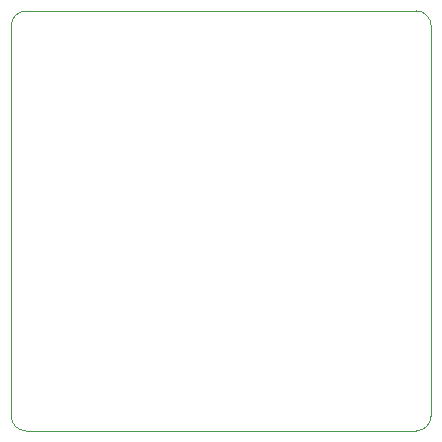
<source format=gm1>
%TF.GenerationSoftware,KiCad,Pcbnew,(6.0.0-0)*%
%TF.CreationDate,2022-04-20T00:31:46+02:00*%
%TF.ProjectId,STM32G4_PCB,53544d33-3247-4345-9f50-43422e6b6963,rev?*%
%TF.SameCoordinates,Original*%
%TF.FileFunction,Profile,NP*%
%FSLAX46Y46*%
G04 Gerber Fmt 4.6, Leading zero omitted, Abs format (unit mm)*
G04 Created by KiCad (PCBNEW (6.0.0-0)) date 2022-04-20 00:31:46*
%MOMM*%
%LPD*%
G01*
G04 APERTURE LIST*
%TA.AperFunction,Profile*%
%ADD10C,0.100000*%
%TD*%
G04 APERTURE END LIST*
D10*
X64770000Y-144780000D02*
G75*
G03*
X66040000Y-146050000I1270000J0D01*
G01*
X99060000Y-146050000D02*
G75*
G03*
X100330000Y-144780000I0J1270000D01*
G01*
X100330000Y-111760000D02*
G75*
G03*
X99060000Y-110490000I-1270000J0D01*
G01*
X66040000Y-110490000D02*
G75*
G03*
X64770000Y-111760000I0J-1270000D01*
G01*
X99060000Y-146050000D02*
X66040000Y-146050000D01*
X100330000Y-143510000D02*
X100330000Y-144780000D01*
X64770000Y-111760000D02*
X64770000Y-144780000D01*
X99060000Y-110490000D02*
X66040000Y-110490000D01*
X100330000Y-143510000D02*
X100330000Y-111760000D01*
M02*

</source>
